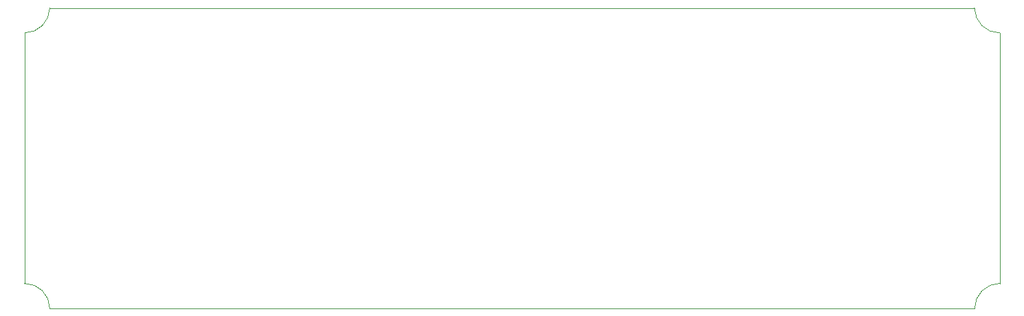
<source format=gbr>
%TF.GenerationSoftware,KiCad,Pcbnew,8.0.6*%
%TF.CreationDate,2024-12-17T19:04:38+01:00*%
%TF.ProjectId,MultiMacro,4d756c74-694d-4616-9372-6f2e6b696361,rev?*%
%TF.SameCoordinates,Original*%
%TF.FileFunction,Profile,NP*%
%FSLAX46Y46*%
G04 Gerber Fmt 4.6, Leading zero omitted, Abs format (unit mm)*
G04 Created by KiCad (PCBNEW 8.0.6) date 2024-12-17 19:04:38*
%MOMM*%
%LPD*%
G01*
G04 APERTURE LIST*
%TA.AperFunction,Profile*%
%ADD10C,0.050000*%
%TD*%
G04 APERTURE END LIST*
D10*
X162052000Y-26999786D02*
X162052000Y-57859535D01*
X45014466Y-23908229D02*
G75*
G02*
X41910000Y-26980633I-3104466J32229D01*
G01*
X162052000Y-26999786D02*
G75*
G02*
X158928379Y-23908060I0J3123786D01*
G01*
X158951697Y-60928286D02*
X45010300Y-60927975D01*
X41910000Y-57859535D02*
G75*
G02*
X45010300Y-60927975I0J-3100465D01*
G01*
X158951697Y-60928286D02*
G75*
G02*
X162052000Y-57859535I3100303J-31714D01*
G01*
X41910000Y-26980633D02*
X41910000Y-57859535D01*
X158928379Y-23908060D02*
X45014466Y-23908229D01*
M02*

</source>
